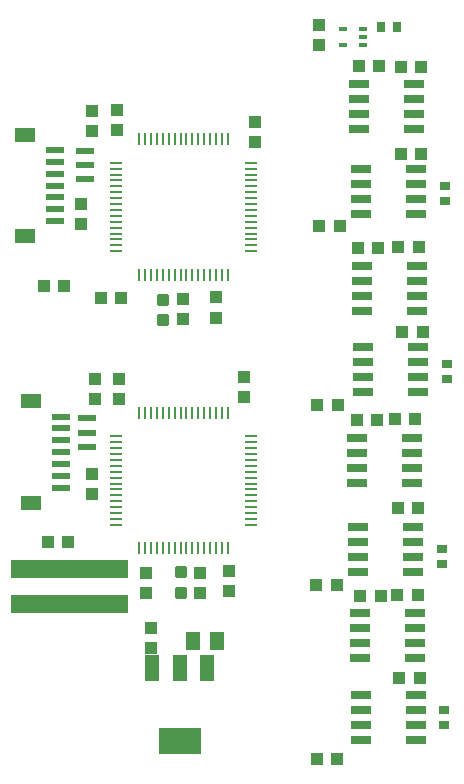
<source format=gtp>
G04*
G04 #@! TF.GenerationSoftware,Altium Limited,Altium Designer,23.7.1 (13)*
G04*
G04 Layer_Color=8421504*
%FSLAX25Y25*%
%MOIN*%
G70*
G04*
G04 #@! TF.SameCoordinates,D29FC0A6-615C-4A1E-A78D-E47FA92DE2CD*
G04*
G04*
G04 #@! TF.FilePolarity,Positive*
G04*
G01*
G75*
%ADD12R,0.02756X0.03543*%
%ADD13R,0.07087X0.04724*%
%ADD14R,0.06102X0.02362*%
%ADD15R,0.07874X0.05906*%
%ADD16R,0.03937X0.04331*%
%ADD17R,0.02756X0.01575*%
%ADD18R,0.04134X0.04252*%
%ADD19R,0.07008X0.02835*%
%ADD20R,0.05118X0.06299*%
%ADD21R,0.14173X0.08661*%
%ADD22R,0.04799X0.08799*%
%ADD23R,0.03543X0.02756*%
%ADD24R,0.06299X0.02362*%
%ADD25R,0.04331X0.03937*%
G04:AMPARAMS|DCode=26|XSize=39.37mil|YSize=39.37mil|CornerRadius=5.91mil|HoleSize=0mil|Usage=FLASHONLY|Rotation=0.000|XOffset=0mil|YOffset=0mil|HoleType=Round|Shape=RoundedRectangle|*
%AMROUNDEDRECTD26*
21,1,0.03937,0.02756,0,0,0.0*
21,1,0.02756,0.03937,0,0,0.0*
1,1,0.01181,0.01378,-0.01378*
1,1,0.01181,-0.01378,-0.01378*
1,1,0.01181,-0.01378,0.01378*
1,1,0.01181,0.01378,0.01378*
%
%ADD26ROUNDEDRECTD26*%
%ADD27R,0.04331X0.03937*%
%ADD28R,0.00866X0.03937*%
%ADD29R,0.03937X0.00866*%
D12*
X149252Y252598D02*
D03*
X154370D02*
D03*
D13*
X30473Y182756D02*
D03*
Y216614D02*
D03*
X32363Y93937D02*
D03*
Y127795D02*
D03*
D14*
X40414Y211496D02*
D03*
Y207559D02*
D03*
Y203622D02*
D03*
Y199685D02*
D03*
Y195748D02*
D03*
Y191811D02*
D03*
Y187874D02*
D03*
X42304Y122677D02*
D03*
Y118740D02*
D03*
Y114803D02*
D03*
Y110866D02*
D03*
Y106929D02*
D03*
Y102992D02*
D03*
Y99055D02*
D03*
D15*
X29724Y72008D02*
D03*
Y60196D02*
D03*
X37598Y72008D02*
D03*
Y60196D02*
D03*
X45472Y72008D02*
D03*
Y60196D02*
D03*
X60906Y72008D02*
D03*
Y60196D02*
D03*
X53032Y72008D02*
D03*
Y60196D02*
D03*
D16*
X128386Y253346D02*
D03*
Y246654D02*
D03*
X72520Y52362D02*
D03*
Y45670D02*
D03*
X49055Y193700D02*
D03*
Y187008D02*
D03*
X107126Y220905D02*
D03*
Y214213D02*
D03*
X61142Y224763D02*
D03*
Y218071D02*
D03*
X52717Y224724D02*
D03*
Y218032D02*
D03*
X94252Y162401D02*
D03*
Y155709D02*
D03*
X52677Y103622D02*
D03*
Y96930D02*
D03*
X70866Y70511D02*
D03*
Y63819D02*
D03*
X103386Y135944D02*
D03*
Y129252D02*
D03*
X61693Y135236D02*
D03*
Y128544D02*
D03*
X53898Y135236D02*
D03*
Y128544D02*
D03*
X98504Y71259D02*
D03*
Y64567D02*
D03*
D17*
X136418Y246654D02*
D03*
Y251772D02*
D03*
X143110D02*
D03*
Y249213D02*
D03*
Y246654D02*
D03*
D18*
X161280Y63189D02*
D03*
X154390D02*
D03*
X160532Y122047D02*
D03*
X153642D02*
D03*
X162539Y239213D02*
D03*
X155649D02*
D03*
X161673Y179094D02*
D03*
X154783D02*
D03*
X161595Y92165D02*
D03*
X154705D02*
D03*
X163130Y150787D02*
D03*
X156240D02*
D03*
X162500Y210197D02*
D03*
X155610D02*
D03*
X161949Y35433D02*
D03*
X155059D02*
D03*
X128563Y186142D02*
D03*
X135453D02*
D03*
X148602Y239409D02*
D03*
X141712D02*
D03*
X127933Y126654D02*
D03*
X134823D02*
D03*
X148169Y178937D02*
D03*
X141279D02*
D03*
X127500Y66535D02*
D03*
X134390D02*
D03*
X147854Y121614D02*
D03*
X140964D02*
D03*
X127618Y8583D02*
D03*
X134508D02*
D03*
X149036Y63032D02*
D03*
X142146D02*
D03*
D19*
X160197Y218720D02*
D03*
Y223720D02*
D03*
Y233720D02*
D03*
X141693Y218720D02*
D03*
Y223720D02*
D03*
Y233720D02*
D03*
X160197Y228720D02*
D03*
X141693D02*
D03*
X159567Y100413D02*
D03*
Y105413D02*
D03*
Y115413D02*
D03*
X141063Y100413D02*
D03*
Y105413D02*
D03*
Y115413D02*
D03*
X159567Y110413D02*
D03*
X141063D02*
D03*
X161181Y157854D02*
D03*
Y162854D02*
D03*
Y172854D02*
D03*
X142677Y157854D02*
D03*
Y162854D02*
D03*
Y172854D02*
D03*
X161181Y167854D02*
D03*
X142677D02*
D03*
X160551Y42343D02*
D03*
Y47343D02*
D03*
Y57343D02*
D03*
X142047Y42343D02*
D03*
Y47343D02*
D03*
Y57343D02*
D03*
X160551Y52343D02*
D03*
X142047D02*
D03*
X160866Y190177D02*
D03*
Y195177D02*
D03*
Y205177D02*
D03*
X142362Y190177D02*
D03*
Y195177D02*
D03*
Y205177D02*
D03*
X160866Y200177D02*
D03*
X142362D02*
D03*
X161496Y130768D02*
D03*
Y135768D02*
D03*
Y145768D02*
D03*
X142992Y130768D02*
D03*
Y135768D02*
D03*
Y145768D02*
D03*
X161496Y140768D02*
D03*
X142992D02*
D03*
X159882Y70886D02*
D03*
Y75886D02*
D03*
Y85886D02*
D03*
X141378Y70886D02*
D03*
Y75886D02*
D03*
Y85886D02*
D03*
X159882Y80886D02*
D03*
X141378D02*
D03*
X160787Y14783D02*
D03*
Y19783D02*
D03*
Y29783D02*
D03*
X142283Y14783D02*
D03*
Y19783D02*
D03*
Y29783D02*
D03*
X160787Y24783D02*
D03*
X142283D02*
D03*
D20*
X94370Y47835D02*
D03*
X86496D02*
D03*
D21*
X82008Y14453D02*
D03*
D22*
X72910Y38855D02*
D03*
X82008D02*
D03*
X91106D02*
D03*
D23*
X170591Y199606D02*
D03*
Y194488D02*
D03*
X171220Y140197D02*
D03*
Y135079D02*
D03*
X169331Y78701D02*
D03*
Y73583D02*
D03*
X170236Y24921D02*
D03*
Y19803D02*
D03*
D24*
X50433Y201772D02*
D03*
Y206496D02*
D03*
Y211220D02*
D03*
X51063Y112638D02*
D03*
Y117362D02*
D03*
Y122086D02*
D03*
D25*
X83150Y161850D02*
D03*
Y155158D02*
D03*
X88661Y70629D02*
D03*
Y63937D02*
D03*
D26*
X76339Y154815D02*
D03*
Y161721D02*
D03*
X82402Y63830D02*
D03*
Y70736D02*
D03*
D27*
X62519Y162244D02*
D03*
X55827D02*
D03*
X43543Y166220D02*
D03*
X36851D02*
D03*
X44763Y80984D02*
D03*
X38071D02*
D03*
D28*
X80315Y215197D02*
D03*
X76378D02*
D03*
X72441D02*
D03*
X68504D02*
D03*
X70473D02*
D03*
X74410D02*
D03*
X78347D02*
D03*
X98032D02*
D03*
X94095D02*
D03*
X90158D02*
D03*
X86221D02*
D03*
X96063D02*
D03*
X92126D02*
D03*
X88189D02*
D03*
X82284D02*
D03*
X84252D02*
D03*
X86221Y169921D02*
D03*
X90158D02*
D03*
X94095D02*
D03*
X98032D02*
D03*
X96063D02*
D03*
X92126D02*
D03*
X88189D02*
D03*
X68504D02*
D03*
X72441D02*
D03*
X76378D02*
D03*
X80315D02*
D03*
X70473D02*
D03*
X74410D02*
D03*
X78347D02*
D03*
X84252D02*
D03*
X82284D02*
D03*
X80315Y124016D02*
D03*
X76378D02*
D03*
X72441D02*
D03*
X68504D02*
D03*
X70473D02*
D03*
X74410D02*
D03*
X78347D02*
D03*
X98032D02*
D03*
X94095D02*
D03*
X90158D02*
D03*
X86221D02*
D03*
X96063D02*
D03*
X92126D02*
D03*
X88189D02*
D03*
X82284D02*
D03*
X84252D02*
D03*
X86221Y78740D02*
D03*
X90158D02*
D03*
X94095D02*
D03*
X98032D02*
D03*
X96063D02*
D03*
X92126D02*
D03*
X88189D02*
D03*
X68504D02*
D03*
X72441D02*
D03*
X76378D02*
D03*
X80315D02*
D03*
X70473D02*
D03*
X74410D02*
D03*
X78347D02*
D03*
X84252D02*
D03*
X82284D02*
D03*
D29*
X105906Y195512D02*
D03*
Y199449D02*
D03*
Y203386D02*
D03*
Y207323D02*
D03*
Y205354D02*
D03*
Y201417D02*
D03*
Y197480D02*
D03*
Y177795D02*
D03*
Y181732D02*
D03*
Y185669D02*
D03*
Y189606D02*
D03*
Y179764D02*
D03*
Y183701D02*
D03*
Y187638D02*
D03*
Y193543D02*
D03*
Y191575D02*
D03*
X60630Y189606D02*
D03*
Y185669D02*
D03*
Y181732D02*
D03*
Y177795D02*
D03*
Y179764D02*
D03*
Y183701D02*
D03*
Y187638D02*
D03*
Y207323D02*
D03*
Y203386D02*
D03*
Y199449D02*
D03*
Y195512D02*
D03*
Y205354D02*
D03*
Y201417D02*
D03*
Y197480D02*
D03*
Y191575D02*
D03*
Y193543D02*
D03*
X105906Y104331D02*
D03*
Y108268D02*
D03*
Y112205D02*
D03*
Y116142D02*
D03*
Y114173D02*
D03*
Y110236D02*
D03*
Y106299D02*
D03*
Y86614D02*
D03*
Y90551D02*
D03*
Y94488D02*
D03*
Y98425D02*
D03*
Y88583D02*
D03*
Y92520D02*
D03*
Y96457D02*
D03*
Y102362D02*
D03*
Y100394D02*
D03*
X60630Y98425D02*
D03*
Y94488D02*
D03*
Y90551D02*
D03*
Y86614D02*
D03*
Y88583D02*
D03*
Y92520D02*
D03*
Y96457D02*
D03*
Y116142D02*
D03*
Y112205D02*
D03*
Y108268D02*
D03*
Y104331D02*
D03*
Y114173D02*
D03*
Y110236D02*
D03*
Y106299D02*
D03*
Y100394D02*
D03*
Y102362D02*
D03*
M02*

</source>
